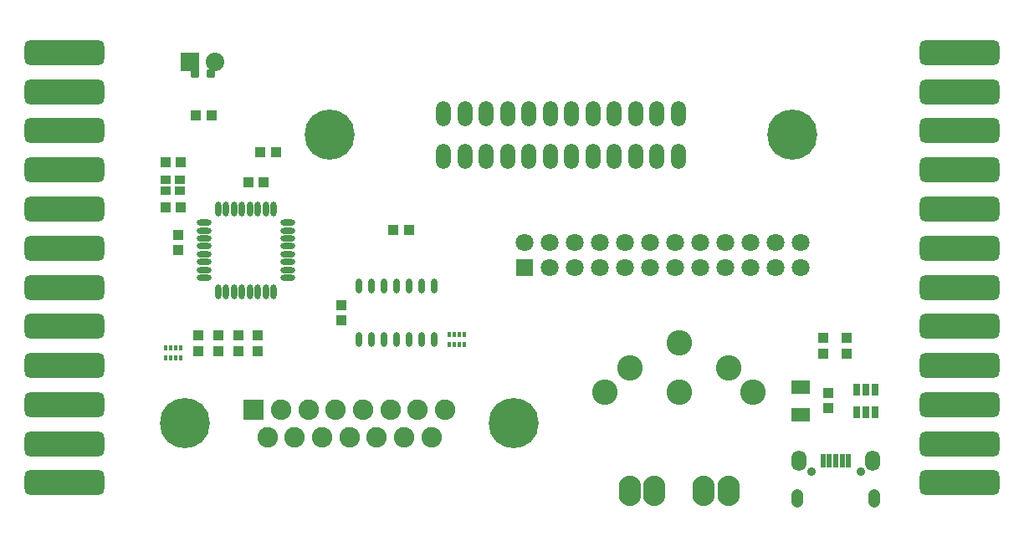
<source format=gts>
G04*
G04 #@! TF.GenerationSoftware,Altium Limited,Altium Designer,21.1.1 (26)*
G04*
G04 Layer_Color=8388736*
%FSLAX25Y25*%
%MOIN*%
G70*
G04*
G04 #@! TF.SameCoordinates,C9F6B278-B4AD-4305-9E7D-9AC12232687F*
G04*
G04*
G04 #@! TF.FilePolarity,Negative*
G04*
G01*
G75*
%ADD29O,0.02465X0.05811*%
%ADD30O,0.05811X0.02465*%
%ADD31R,0.03842X0.03449*%
%ADD32R,0.01559X0.02268*%
%ADD33R,0.04039X0.03842*%
%ADD34R,0.03842X0.04039*%
%ADD35R,0.07386X0.05417*%
%ADD36R,0.02661X0.05024*%
G04:AMPARAMS|DCode=37|XSize=34.49mil|YSize=32.52mil|CornerRadius=8.88mil|HoleSize=0mil|Usage=FLASHONLY|Rotation=0.000|XOffset=0mil|YOffset=0mil|HoleType=Round|Shape=RoundedRectangle|*
%AMROUNDEDRECTD37*
21,1,0.03449,0.01476,0,0,0.0*
21,1,0.01673,0.03252,0,0,0.0*
1,1,0.01776,0.00837,-0.00738*
1,1,0.01776,-0.00837,-0.00738*
1,1,0.01776,-0.00837,0.00738*
1,1,0.01776,0.00837,0.00738*
%
%ADD37ROUNDEDRECTD37*%
%ADD38R,0.04236X0.04433*%
%ADD39R,0.04433X0.04236*%
%ADD40O,0.02661X0.06008*%
G04:AMPARAMS|DCode=41|XSize=101.42mil|YSize=317.95mil|CornerRadius=26.1mil|HoleSize=0mil|Usage=FLASHONLY|Rotation=90.000|XOffset=0mil|YOffset=0mil|HoleType=Round|Shape=RoundedRectangle|*
%AMROUNDEDRECTD41*
21,1,0.10142,0.26575,0,0,90.0*
21,1,0.04921,0.31795,0,0,90.0*
1,1,0.05221,0.13287,0.02461*
1,1,0.05221,0.13287,-0.02461*
1,1,0.05221,-0.13287,-0.02461*
1,1,0.05221,-0.13287,0.02461*
%
%ADD41ROUNDEDRECTD41*%
%ADD42R,0.02071X0.05417*%
%ADD43O,0.08961X0.12110*%
%ADD44C,0.10142*%
%ADD45C,0.07386*%
%ADD46R,0.07386X0.07386*%
%ADD47C,0.19984*%
%ADD48O,0.05811X0.10142*%
%ADD49R,0.08173X0.08173*%
%ADD50C,0.08173*%
%ADD51C,0.03449*%
%ADD52O,0.04827X0.07386*%
%ADD53O,0.06008X0.08173*%
%ADD54C,0.07099*%
%ADD55R,0.07099X0.07099*%
D29*
X78976Y122535D02*
D03*
X82126D02*
D03*
X85276D02*
D03*
X88425D02*
D03*
X91575D02*
D03*
X94724D02*
D03*
X97874D02*
D03*
X101024D02*
D03*
Y89465D02*
D03*
X97874D02*
D03*
X94724D02*
D03*
X91575D02*
D03*
X88425D02*
D03*
X85276D02*
D03*
X82126D02*
D03*
X78976D02*
D03*
D30*
X106535Y117024D02*
D03*
Y113874D02*
D03*
Y110724D02*
D03*
Y107575D02*
D03*
Y104425D02*
D03*
Y101276D02*
D03*
Y98126D02*
D03*
Y94976D02*
D03*
X73465D02*
D03*
Y98126D02*
D03*
Y101276D02*
D03*
Y104425D02*
D03*
Y107575D02*
D03*
Y110724D02*
D03*
Y113874D02*
D03*
Y117024D02*
D03*
D31*
X63630Y134165D02*
D03*
Y129834D02*
D03*
X58118D02*
D03*
Y134165D02*
D03*
D32*
X63969Y66937D02*
D03*
X62000D02*
D03*
X60032D02*
D03*
X58063D02*
D03*
X63969Y63000D02*
D03*
X62000D02*
D03*
X60032D02*
D03*
X58063D02*
D03*
X176953Y72351D02*
D03*
X174984D02*
D03*
X173016D02*
D03*
X171047D02*
D03*
X176953Y68414D02*
D03*
X174984D02*
D03*
X173016D02*
D03*
X171047D02*
D03*
D33*
X71000Y65850D02*
D03*
Y72150D02*
D03*
X79000Y65850D02*
D03*
Y72150D02*
D03*
X87000Y65850D02*
D03*
Y72150D02*
D03*
X329473Y71149D02*
D03*
Y64850D02*
D03*
X320126Y71149D02*
D03*
Y64850D02*
D03*
X94724Y65850D02*
D03*
Y72150D02*
D03*
D34*
X70125Y159605D02*
D03*
X76424D02*
D03*
X155000Y114000D02*
D03*
X148701D02*
D03*
X102000Y145000D02*
D03*
X95701D02*
D03*
D35*
X311000Y51512D02*
D03*
Y40488D02*
D03*
D36*
X333260Y50527D02*
D03*
X337000D02*
D03*
X340740D02*
D03*
Y41472D02*
D03*
X337000D02*
D03*
X333260D02*
D03*
D37*
X75950Y176400D02*
D03*
X69650D02*
D03*
D38*
X322000Y48952D02*
D03*
Y43047D02*
D03*
X63000Y111953D02*
D03*
Y106047D02*
D03*
X128000Y78094D02*
D03*
Y84000D02*
D03*
D39*
X91047Y133000D02*
D03*
X96953D02*
D03*
X63953Y123000D02*
D03*
X58047D02*
D03*
Y141000D02*
D03*
X63953D02*
D03*
D40*
X164876Y91839D02*
D03*
X159876D02*
D03*
X154876D02*
D03*
X149876D02*
D03*
X144876D02*
D03*
X139876D02*
D03*
X134876D02*
D03*
X164876Y70382D02*
D03*
X159876D02*
D03*
X154876D02*
D03*
X149876D02*
D03*
X144876D02*
D03*
X139876D02*
D03*
X134876D02*
D03*
D41*
X374358Y13240D02*
D03*
Y28831D02*
D03*
Y60012D02*
D03*
Y91193D02*
D03*
Y44421D02*
D03*
Y75602D02*
D03*
Y169169D02*
D03*
Y137988D02*
D03*
Y184760D02*
D03*
Y153579D02*
D03*
Y122397D02*
D03*
Y106807D02*
D03*
X17799Y184760D02*
D03*
Y169169D02*
D03*
Y137988D02*
D03*
Y106807D02*
D03*
Y153579D02*
D03*
Y122397D02*
D03*
Y28831D02*
D03*
Y60012D02*
D03*
Y13240D02*
D03*
Y44421D02*
D03*
Y75602D02*
D03*
Y91193D02*
D03*
D42*
X330136Y22000D02*
D03*
X327577D02*
D03*
X325018D02*
D03*
X322459D02*
D03*
X319900D02*
D03*
D43*
X252772Y9898D02*
D03*
X272457D02*
D03*
X242929D02*
D03*
X282299D02*
D03*
D44*
X262614Y68953D02*
D03*
X233087Y49268D02*
D03*
X242929Y59110D02*
D03*
X262614Y49268D02*
D03*
X282299Y59110D02*
D03*
X292142Y49268D02*
D03*
D45*
X77729Y180929D02*
D03*
D46*
X67729D02*
D03*
D47*
X307737Y151898D02*
D03*
X123485D02*
D03*
X196776Y36898D02*
D03*
X65673D02*
D03*
D48*
X168761Y160401D02*
D03*
X177264Y160480D02*
D03*
X185768D02*
D03*
X194272D02*
D03*
X202776D02*
D03*
X211280D02*
D03*
X219784D02*
D03*
X228288D02*
D03*
X236792D02*
D03*
X245296D02*
D03*
X253800D02*
D03*
X262304D02*
D03*
Y143472D02*
D03*
X253800D02*
D03*
X245296D02*
D03*
X236792D02*
D03*
X228288D02*
D03*
X219784D02*
D03*
X211280D02*
D03*
X202776D02*
D03*
X194272D02*
D03*
X185768D02*
D03*
X177264D02*
D03*
X168761D02*
D03*
D49*
X93055Y42488D02*
D03*
D50*
X103961D02*
D03*
X114866D02*
D03*
X125772D02*
D03*
X136677D02*
D03*
X147583D02*
D03*
X158488D02*
D03*
X169394D02*
D03*
X98508Y31307D02*
D03*
X109413D02*
D03*
X120319D02*
D03*
X131224D02*
D03*
X142130D02*
D03*
X153035D02*
D03*
X163941D02*
D03*
D51*
X334861Y17866D02*
D03*
X315176D02*
D03*
D52*
X340274Y7039D02*
D03*
X309762D02*
D03*
D53*
X339683Y22000D02*
D03*
X310353D02*
D03*
D54*
X310874Y109000D02*
D03*
X300874D02*
D03*
X290874D02*
D03*
X280874D02*
D03*
X270874D02*
D03*
X260874D02*
D03*
X250874D02*
D03*
X240874D02*
D03*
X270874Y99000D02*
D03*
X260874D02*
D03*
X250874D02*
D03*
X240874D02*
D03*
X230874D02*
D03*
X220874D02*
D03*
X210874D02*
D03*
X280874D02*
D03*
X290874D02*
D03*
X300874D02*
D03*
X310874D02*
D03*
X200874Y109000D02*
D03*
X210874D02*
D03*
X220874D02*
D03*
X230874D02*
D03*
D55*
X200874Y99000D02*
D03*
M02*

</source>
